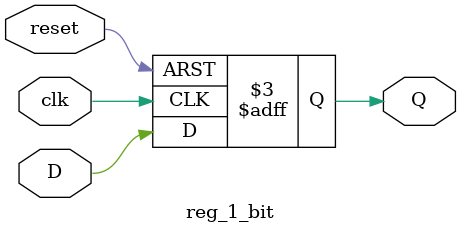
<source format=v>
`timescale 1ns / 1ps


module reg_1_bit (reset, clk, D, Q);
input reset;
input clk;
 // Allow N to be changed
input D;
output Q;
reg Q;

always @(posedge clk or negedge reset)
if (~reset)
  Q = 0; 
else
  Q = D;
endmodule // regN

</source>
